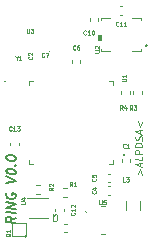
<source format=gbr>
%TF.GenerationSoftware,KiCad,Pcbnew,5.1.9-73d0e3b20d~88~ubuntu20.04.1*%
%TF.CreationDate,2022-04-15T22:34:28-04:00*%
%TF.ProjectId,ring,72696e67-2e6b-4696-9361-645f70636258,rev?*%
%TF.SameCoordinates,Original*%
%TF.FileFunction,Legend,Top*%
%TF.FilePolarity,Positive*%
%FSLAX46Y46*%
G04 Gerber Fmt 4.6, Leading zero omitted, Abs format (unit mm)*
G04 Created by KiCad (PCBNEW 5.1.9-73d0e3b20d~88~ubuntu20.04.1) date 2022-04-15 22:34:28*
%MOMM*%
%LPD*%
G01*
G04 APERTURE LIST*
%ADD10C,0.120000*%
%ADD11C,0.150000*%
%ADD12C,0.050000*%
%ADD13C,0.060000*%
G04 APERTURE END LIST*
D10*
X80389428Y-33446485D02*
X80560857Y-33010771D01*
X80732285Y-33489342D01*
X80618000Y-32760771D02*
X80618000Y-32475057D01*
X80789428Y-32839342D02*
X80189428Y-32564342D01*
X80789428Y-32439342D01*
X80789428Y-31953628D02*
X80789428Y-32239342D01*
X80189428Y-32164342D01*
X80789428Y-31753628D02*
X80189428Y-31678628D01*
X80189428Y-31450057D01*
X80218000Y-31396485D01*
X80246571Y-31371485D01*
X80303714Y-31350057D01*
X80389428Y-31360771D01*
X80446571Y-31396485D01*
X80475142Y-31428628D01*
X80503714Y-31489342D01*
X80503714Y-31717914D01*
X80789428Y-31153628D02*
X80189428Y-31078628D01*
X80189428Y-30935771D01*
X80218000Y-30853628D01*
X80275142Y-30803628D01*
X80332285Y-30782200D01*
X80446571Y-30767914D01*
X80532285Y-30778628D01*
X80646571Y-30821485D01*
X80703714Y-30857200D01*
X80760857Y-30921485D01*
X80789428Y-31010771D01*
X80789428Y-31153628D01*
X80760857Y-30578628D02*
X80789428Y-30496485D01*
X80789428Y-30353628D01*
X80760857Y-30292914D01*
X80732285Y-30260771D01*
X80675142Y-30225057D01*
X80618000Y-30217914D01*
X80560857Y-30239342D01*
X80532285Y-30264342D01*
X80503714Y-30317914D01*
X80475142Y-30428628D01*
X80446571Y-30482200D01*
X80418000Y-30507200D01*
X80360857Y-30528628D01*
X80303714Y-30521485D01*
X80246571Y-30485771D01*
X80218000Y-30453628D01*
X80189428Y-30392914D01*
X80189428Y-30250057D01*
X80218000Y-30167914D01*
X80618000Y-29989342D02*
X80618000Y-29703628D01*
X80789428Y-30067914D02*
X80189428Y-29792914D01*
X80789428Y-29667914D01*
X80389428Y-28960771D02*
X80560857Y-29439342D01*
X80732285Y-29003628D01*
D11*
X70059504Y-37089930D02*
X69678552Y-37308977D01*
X70059504Y-37547073D02*
X69259504Y-37447073D01*
X69259504Y-37142311D01*
X69297600Y-37070882D01*
X69335695Y-37037549D01*
X69411885Y-37008977D01*
X69526171Y-37023263D01*
X69602361Y-37070882D01*
X69640457Y-37113739D01*
X69678552Y-37194692D01*
X69678552Y-37499454D01*
X70059504Y-36747073D02*
X69259504Y-36647073D01*
X70059504Y-36366120D02*
X69259504Y-36266120D01*
X70059504Y-35908977D01*
X69259504Y-35808977D01*
X69297600Y-35013739D02*
X69259504Y-35085168D01*
X69259504Y-35199454D01*
X69297600Y-35318501D01*
X69373790Y-35404216D01*
X69449980Y-35451835D01*
X69602361Y-35508977D01*
X69716647Y-35523263D01*
X69869028Y-35504216D01*
X69945219Y-35475644D01*
X70021409Y-35408977D01*
X70059504Y-35299454D01*
X70059504Y-35223263D01*
X70021409Y-35104216D01*
X69983314Y-35061358D01*
X69716647Y-35028025D01*
X69716647Y-35180406D01*
X69259504Y-34132787D02*
X70059504Y-33966120D01*
X69259504Y-33599454D01*
X69259504Y-33180406D02*
X69259504Y-33104216D01*
X69297600Y-33032787D01*
X69335695Y-32999454D01*
X69411885Y-32970882D01*
X69564266Y-32951835D01*
X69754742Y-32975644D01*
X69907123Y-33032787D01*
X69983314Y-33080406D01*
X70021409Y-33123263D01*
X70059504Y-33204216D01*
X70059504Y-33280406D01*
X70021409Y-33351835D01*
X69983314Y-33385168D01*
X69907123Y-33413739D01*
X69754742Y-33432787D01*
X69564266Y-33408977D01*
X69411885Y-33351835D01*
X69335695Y-33304216D01*
X69297600Y-33261358D01*
X69259504Y-33180406D01*
X69983314Y-32661358D02*
X70021409Y-32628025D01*
X70059504Y-32670882D01*
X70021409Y-32704216D01*
X69983314Y-32661358D01*
X70059504Y-32670882D01*
X69259504Y-32037549D02*
X69259504Y-31961358D01*
X69297600Y-31889930D01*
X69335695Y-31856597D01*
X69411885Y-31828025D01*
X69564266Y-31808977D01*
X69754742Y-31832787D01*
X69907123Y-31889930D01*
X69983314Y-31937549D01*
X70021409Y-31980406D01*
X70059504Y-32061358D01*
X70059504Y-32137549D01*
X70021409Y-32208977D01*
X69983314Y-32242311D01*
X69907123Y-32270882D01*
X69754742Y-32289930D01*
X69564266Y-32266120D01*
X69411885Y-32208977D01*
X69335695Y-32161358D01*
X69297600Y-32118501D01*
X69259504Y-32037549D01*
D10*
%TO.C,C13*%
X70337000Y-30968836D02*
X70337000Y-30753164D01*
X69617000Y-30968836D02*
X69617000Y-30753164D01*
D12*
%TO.C,Q1*%
X70912800Y-38680080D02*
X69762800Y-38680080D01*
X70912800Y-37530080D02*
X69762800Y-37530080D01*
D10*
X71012800Y-38680080D02*
G75*
G03*
X71012800Y-38680080I-100000J0D01*
G01*
D12*
X69762800Y-38680080D02*
X69762800Y-37530080D01*
X70912800Y-38680080D02*
X70912800Y-37530080D01*
D10*
%TO.C,R4*%
X79020400Y-26671241D02*
X79020400Y-26363959D01*
X79780400Y-26671241D02*
X79780400Y-26363959D01*
%TO.C,R3*%
X80796400Y-26363959D02*
X80796400Y-26671241D01*
X80036400Y-26363959D02*
X80036400Y-26671241D01*
%TO.C,C12*%
X73401600Y-36341164D02*
X73401600Y-36556836D01*
X74121600Y-36341164D02*
X74121600Y-36556836D01*
%TO.C,R2*%
X71779159Y-34316400D02*
X72086441Y-34316400D01*
X71779159Y-35076400D02*
X72086441Y-35076400D01*
%TO.C,R1*%
X74090559Y-34621200D02*
X74397841Y-34621200D01*
X74090559Y-35381200D02*
X74397841Y-35381200D01*
%TO.C,C4*%
X78085836Y-35158000D02*
X77870164Y-35158000D01*
X78085836Y-34438000D02*
X77870164Y-34438000D01*
%TO.C,U5*%
X77312955Y-38519100D02*
X77627045Y-38519100D01*
X77627045Y-36156900D02*
X77312955Y-36156900D01*
X76032360Y-36661829D02*
G75*
G02*
X76032360Y-36514171I-18860J73829D01*
G01*
%TO.C,L3*%
X79450000Y-36478242D02*
X79450000Y-35657758D01*
X80570000Y-36478242D02*
X80570000Y-35657758D01*
%TO.C,C3*%
X74377436Y-38333000D02*
X74161764Y-38333000D01*
X74377436Y-37613000D02*
X74161764Y-37613000D01*
%TO.C,U4*%
X71214000Y-37146600D02*
X72764000Y-37146600D01*
X71064000Y-35446600D02*
X72764000Y-35446600D01*
%TO.C,C11*%
X79101836Y-19918000D02*
X78886164Y-19918000D01*
X79101836Y-19198000D02*
X78886164Y-19198000D01*
%TO.C,C10*%
X76348000Y-20427836D02*
X76348000Y-20212164D01*
X77068000Y-20427836D02*
X77068000Y-20212164D01*
%TO.C,C6*%
X74824000Y-23983836D02*
X74824000Y-23768164D01*
X75544000Y-23983836D02*
X75544000Y-23768164D01*
%TO.C,C5*%
X77870164Y-33396600D02*
X78085836Y-33396600D01*
X77870164Y-34116600D02*
X78085836Y-34116600D01*
%TO.C,C1*%
X79785800Y-32175564D02*
X79785800Y-32391236D01*
X79065800Y-32175564D02*
X79065800Y-32391236D01*
%TO.C,U2*%
G36*
X77038200Y-22030500D02*
G01*
X77038200Y-21649499D01*
X77292200Y-21649499D01*
X77292200Y-22030500D01*
X77038200Y-22030500D01*
G37*
X77038200Y-22030500D02*
X77038200Y-21649499D01*
X77292200Y-21649499D01*
X77292200Y-22030500D01*
X77038200Y-22030500D01*
X79951013Y-23012400D02*
X80670400Y-23012400D01*
X77317600Y-22797015D02*
X77317600Y-23012400D01*
X78036987Y-20167600D02*
X77317600Y-20167600D01*
X80670400Y-20382985D02*
X80670400Y-20167600D01*
X80670400Y-23012400D02*
X80670400Y-22797015D01*
X77317600Y-23012400D02*
X78036987Y-23012400D01*
X77317600Y-20167600D02*
X77317600Y-20382985D01*
X80670400Y-20167600D02*
X79951013Y-20167600D01*
%TO.C,Y1*%
X69204800Y-25539600D02*
G75*
G03*
X69204800Y-25539600I-50000J0D01*
G01*
%TO.C,AE1*%
X73035660Y-23078791D02*
G75*
G02*
X73035660Y-22991209I-62360J43791D01*
G01*
%TO.C,U1*%
X78274000Y-32600000D02*
X78274000Y-32255000D01*
X78274000Y-25500000D02*
X78274000Y-25845000D01*
X71174000Y-32600000D02*
X71174000Y-32255000D01*
X71174000Y-25500000D02*
X71174000Y-25845000D01*
X78274000Y-32600000D02*
X77929000Y-32600000D01*
X78274000Y-25500000D02*
X77929000Y-25500000D01*
X71174000Y-32600000D02*
X71519000Y-32600000D01*
X71174000Y-25500000D02*
X71519000Y-25500000D01*
X79319000Y-31800000D02*
G75*
G03*
X79319000Y-31800000I-100000J0D01*
G01*
%TO.C,C13*%
D13*
X69726600Y-29690600D02*
X69709933Y-29707266D01*
X69659933Y-29723933D01*
X69626600Y-29723933D01*
X69576600Y-29707266D01*
X69543266Y-29673933D01*
X69526600Y-29640600D01*
X69509933Y-29573933D01*
X69509933Y-29523933D01*
X69526600Y-29457266D01*
X69543266Y-29423933D01*
X69576600Y-29390600D01*
X69626600Y-29373933D01*
X69659933Y-29373933D01*
X69709933Y-29390600D01*
X69726600Y-29407266D01*
X70059933Y-29723933D02*
X69859933Y-29723933D01*
X69959933Y-29723933D02*
X69959933Y-29373933D01*
X69926600Y-29423933D01*
X69893266Y-29457266D01*
X69859933Y-29473933D01*
X70176600Y-29373933D02*
X70393266Y-29373933D01*
X70276600Y-29507266D01*
X70326600Y-29507266D01*
X70359933Y-29523933D01*
X70376600Y-29540600D01*
X70393266Y-29573933D01*
X70393266Y-29657266D01*
X70376600Y-29690600D01*
X70359933Y-29707266D01*
X70326600Y-29723933D01*
X70226600Y-29723933D01*
X70193266Y-29707266D01*
X70176600Y-29690600D01*
%TO.C,C2*%
X71448200Y-23477133D02*
X71464866Y-23493800D01*
X71481533Y-23543800D01*
X71481533Y-23577133D01*
X71464866Y-23627133D01*
X71431533Y-23660466D01*
X71398200Y-23677133D01*
X71331533Y-23693800D01*
X71281533Y-23693800D01*
X71214866Y-23677133D01*
X71181533Y-23660466D01*
X71148200Y-23627133D01*
X71131533Y-23577133D01*
X71131533Y-23543800D01*
X71148200Y-23493800D01*
X71164866Y-23477133D01*
X71164866Y-23343800D02*
X71148200Y-23327133D01*
X71131533Y-23293800D01*
X71131533Y-23210466D01*
X71148200Y-23177133D01*
X71164866Y-23160466D01*
X71198200Y-23143800D01*
X71231533Y-23143800D01*
X71281533Y-23160466D01*
X71481533Y-23360466D01*
X71481533Y-23143800D01*
%TO.C,C7*%
X72484066Y-23442200D02*
X72467400Y-23458866D01*
X72417400Y-23475533D01*
X72384066Y-23475533D01*
X72334066Y-23458866D01*
X72300733Y-23425533D01*
X72284066Y-23392200D01*
X72267400Y-23325533D01*
X72267400Y-23275533D01*
X72284066Y-23208866D01*
X72300733Y-23175533D01*
X72334066Y-23142200D01*
X72384066Y-23125533D01*
X72417400Y-23125533D01*
X72467400Y-23142200D01*
X72484066Y-23158866D01*
X72600733Y-23125533D02*
X72834066Y-23125533D01*
X72684066Y-23475533D01*
%TO.C,Q1*%
X69635266Y-38438133D02*
X69618600Y-38471466D01*
X69585266Y-38504800D01*
X69535266Y-38554800D01*
X69518600Y-38588133D01*
X69518600Y-38621466D01*
X69601933Y-38604800D02*
X69585266Y-38638133D01*
X69551933Y-38671466D01*
X69485266Y-38688133D01*
X69368600Y-38688133D01*
X69301933Y-38671466D01*
X69268600Y-38638133D01*
X69251933Y-38604800D01*
X69251933Y-38538133D01*
X69268600Y-38504800D01*
X69301933Y-38471466D01*
X69368600Y-38454800D01*
X69485266Y-38454800D01*
X69551933Y-38471466D01*
X69585266Y-38504800D01*
X69601933Y-38538133D01*
X69601933Y-38604800D01*
X69601933Y-38121466D02*
X69601933Y-38321466D01*
X69601933Y-38221466D02*
X69251933Y-38221466D01*
X69301933Y-38254800D01*
X69335266Y-38288133D01*
X69351933Y-38321466D01*
%TO.C,R4*%
X79138866Y-27945933D02*
X79022200Y-27779266D01*
X78938866Y-27945933D02*
X78938866Y-27595933D01*
X79072200Y-27595933D01*
X79105533Y-27612600D01*
X79122200Y-27629266D01*
X79138866Y-27662600D01*
X79138866Y-27712600D01*
X79122200Y-27745933D01*
X79105533Y-27762600D01*
X79072200Y-27779266D01*
X78938866Y-27779266D01*
X79438866Y-27712600D02*
X79438866Y-27945933D01*
X79355533Y-27579266D02*
X79272200Y-27829266D01*
X79488866Y-27829266D01*
%TO.C,R3*%
X79951666Y-27945933D02*
X79835000Y-27779266D01*
X79751666Y-27945933D02*
X79751666Y-27595933D01*
X79885000Y-27595933D01*
X79918333Y-27612600D01*
X79935000Y-27629266D01*
X79951666Y-27662600D01*
X79951666Y-27712600D01*
X79935000Y-27745933D01*
X79918333Y-27762600D01*
X79885000Y-27779266D01*
X79751666Y-27779266D01*
X80068333Y-27595933D02*
X80285000Y-27595933D01*
X80168333Y-27729266D01*
X80218333Y-27729266D01*
X80251666Y-27745933D01*
X80268333Y-27762600D01*
X80285000Y-27795933D01*
X80285000Y-27879266D01*
X80268333Y-27912600D01*
X80251666Y-27929266D01*
X80218333Y-27945933D01*
X80118333Y-27945933D01*
X80085000Y-27929266D01*
X80068333Y-27912600D01*
%TO.C,U3*%
X71005733Y-21093533D02*
X71005733Y-21376866D01*
X71022400Y-21410200D01*
X71039066Y-21426866D01*
X71072400Y-21443533D01*
X71139066Y-21443533D01*
X71172400Y-21426866D01*
X71189066Y-21410200D01*
X71205733Y-21376866D01*
X71205733Y-21093533D01*
X71339066Y-21093533D02*
X71555733Y-21093533D01*
X71439066Y-21226866D01*
X71489066Y-21226866D01*
X71522400Y-21243533D01*
X71539066Y-21260200D01*
X71555733Y-21293533D01*
X71555733Y-21376866D01*
X71539066Y-21410200D01*
X71522400Y-21426866D01*
X71489066Y-21443533D01*
X71389066Y-21443533D01*
X71355733Y-21426866D01*
X71339066Y-21410200D01*
%TO.C,C12*%
X75046600Y-36674000D02*
X75063266Y-36690666D01*
X75079933Y-36740666D01*
X75079933Y-36774000D01*
X75063266Y-36824000D01*
X75029933Y-36857333D01*
X74996600Y-36874000D01*
X74929933Y-36890666D01*
X74879933Y-36890666D01*
X74813266Y-36874000D01*
X74779933Y-36857333D01*
X74746600Y-36824000D01*
X74729933Y-36774000D01*
X74729933Y-36740666D01*
X74746600Y-36690666D01*
X74763266Y-36674000D01*
X75079933Y-36340666D02*
X75079933Y-36540666D01*
X75079933Y-36440666D02*
X74729933Y-36440666D01*
X74779933Y-36474000D01*
X74813266Y-36507333D01*
X74829933Y-36540666D01*
X74763266Y-36207333D02*
X74746600Y-36190666D01*
X74729933Y-36157333D01*
X74729933Y-36074000D01*
X74746600Y-36040666D01*
X74763266Y-36024000D01*
X74796600Y-36007333D01*
X74829933Y-36007333D01*
X74879933Y-36024000D01*
X75079933Y-36224000D01*
X75079933Y-36007333D01*
%TO.C,R2*%
X73259533Y-34551533D02*
X73092866Y-34668200D01*
X73259533Y-34751533D02*
X72909533Y-34751533D01*
X72909533Y-34618200D01*
X72926200Y-34584866D01*
X72942866Y-34568200D01*
X72976200Y-34551533D01*
X73026200Y-34551533D01*
X73059533Y-34568200D01*
X73076200Y-34584866D01*
X73092866Y-34618200D01*
X73092866Y-34751533D01*
X72942866Y-34418200D02*
X72926200Y-34401533D01*
X72909533Y-34368200D01*
X72909533Y-34284866D01*
X72926200Y-34251533D01*
X72942866Y-34234866D01*
X72976200Y-34218200D01*
X73009533Y-34218200D01*
X73059533Y-34234866D01*
X73259533Y-34434866D01*
X73259533Y-34218200D01*
%TO.C,R1*%
X74871666Y-34448333D02*
X74755000Y-34281666D01*
X74671666Y-34448333D02*
X74671666Y-34098333D01*
X74805000Y-34098333D01*
X74838333Y-34115000D01*
X74855000Y-34131666D01*
X74871666Y-34165000D01*
X74871666Y-34215000D01*
X74855000Y-34248333D01*
X74838333Y-34265000D01*
X74805000Y-34281666D01*
X74671666Y-34281666D01*
X75205000Y-34448333D02*
X75005000Y-34448333D01*
X75105000Y-34448333D02*
X75105000Y-34098333D01*
X75071666Y-34148333D01*
X75038333Y-34181666D01*
X75005000Y-34198333D01*
%TO.C,C4*%
X76833000Y-34856333D02*
X76849666Y-34873000D01*
X76866333Y-34923000D01*
X76866333Y-34956333D01*
X76849666Y-35006333D01*
X76816333Y-35039666D01*
X76783000Y-35056333D01*
X76716333Y-35073000D01*
X76666333Y-35073000D01*
X76599666Y-35056333D01*
X76566333Y-35039666D01*
X76533000Y-35006333D01*
X76516333Y-34956333D01*
X76516333Y-34923000D01*
X76533000Y-34873000D01*
X76549666Y-34856333D01*
X76633000Y-34556333D02*
X76866333Y-34556333D01*
X76499666Y-34639666D02*
X76749666Y-34723000D01*
X76749666Y-34506333D01*
%TO.C,U5*%
X77152533Y-35622333D02*
X77152533Y-35905666D01*
X77169200Y-35939000D01*
X77185866Y-35955666D01*
X77219200Y-35972333D01*
X77285866Y-35972333D01*
X77319200Y-35955666D01*
X77335866Y-35939000D01*
X77352533Y-35905666D01*
X77352533Y-35622333D01*
X77685866Y-35622333D02*
X77519200Y-35622333D01*
X77502533Y-35789000D01*
X77519200Y-35772333D01*
X77552533Y-35755666D01*
X77635866Y-35755666D01*
X77669200Y-35772333D01*
X77685866Y-35789000D01*
X77702533Y-35822333D01*
X77702533Y-35905666D01*
X77685866Y-35939000D01*
X77669200Y-35955666D01*
X77635866Y-35972333D01*
X77552533Y-35972333D01*
X77519200Y-35955666D01*
X77502533Y-35939000D01*
%TO.C,L3*%
X79342066Y-34041933D02*
X79175400Y-34041933D01*
X79175400Y-33691933D01*
X79425400Y-33691933D02*
X79642066Y-33691933D01*
X79525400Y-33825266D01*
X79575400Y-33825266D01*
X79608733Y-33841933D01*
X79625400Y-33858600D01*
X79642066Y-33891933D01*
X79642066Y-33975266D01*
X79625400Y-34008600D01*
X79608733Y-34025266D01*
X79575400Y-34041933D01*
X79475400Y-34041933D01*
X79442066Y-34025266D01*
X79425400Y-34008600D01*
%TO.C,C3*%
X73531000Y-37167733D02*
X73547666Y-37184400D01*
X73564333Y-37234400D01*
X73564333Y-37267733D01*
X73547666Y-37317733D01*
X73514333Y-37351066D01*
X73481000Y-37367733D01*
X73414333Y-37384400D01*
X73364333Y-37384400D01*
X73297666Y-37367733D01*
X73264333Y-37351066D01*
X73231000Y-37317733D01*
X73214333Y-37267733D01*
X73214333Y-37234400D01*
X73231000Y-37184400D01*
X73247666Y-37167733D01*
X73214333Y-37051066D02*
X73214333Y-36834400D01*
X73347666Y-36951066D01*
X73347666Y-36901066D01*
X73364333Y-36867733D01*
X73381000Y-36851066D01*
X73414333Y-36834400D01*
X73497666Y-36834400D01*
X73531000Y-36851066D01*
X73547666Y-36867733D01*
X73564333Y-36901066D01*
X73564333Y-37001066D01*
X73547666Y-37034400D01*
X73531000Y-37051066D01*
%TO.C,U4*%
X70521933Y-35928266D02*
X70805266Y-35928266D01*
X70838600Y-35911600D01*
X70855266Y-35894933D01*
X70871933Y-35861600D01*
X70871933Y-35794933D01*
X70855266Y-35761600D01*
X70838600Y-35744933D01*
X70805266Y-35728266D01*
X70521933Y-35728266D01*
X70638600Y-35411600D02*
X70871933Y-35411600D01*
X70505266Y-35494933D02*
X70755266Y-35578266D01*
X70755266Y-35361600D01*
%TO.C,C11*%
X78769000Y-20843000D02*
X78752333Y-20859666D01*
X78702333Y-20876333D01*
X78669000Y-20876333D01*
X78619000Y-20859666D01*
X78585666Y-20826333D01*
X78569000Y-20793000D01*
X78552333Y-20726333D01*
X78552333Y-20676333D01*
X78569000Y-20609666D01*
X78585666Y-20576333D01*
X78619000Y-20543000D01*
X78669000Y-20526333D01*
X78702333Y-20526333D01*
X78752333Y-20543000D01*
X78769000Y-20559666D01*
X79102333Y-20876333D02*
X78902333Y-20876333D01*
X79002333Y-20876333D02*
X79002333Y-20526333D01*
X78969000Y-20576333D01*
X78935666Y-20609666D01*
X78902333Y-20626333D01*
X79435666Y-20876333D02*
X79235666Y-20876333D01*
X79335666Y-20876333D02*
X79335666Y-20526333D01*
X79302333Y-20576333D01*
X79269000Y-20609666D01*
X79235666Y-20626333D01*
%TO.C,C10*%
X76025800Y-21562600D02*
X76009133Y-21579266D01*
X75959133Y-21595933D01*
X75925800Y-21595933D01*
X75875800Y-21579266D01*
X75842466Y-21545933D01*
X75825800Y-21512600D01*
X75809133Y-21445933D01*
X75809133Y-21395933D01*
X75825800Y-21329266D01*
X75842466Y-21295933D01*
X75875800Y-21262600D01*
X75925800Y-21245933D01*
X75959133Y-21245933D01*
X76009133Y-21262600D01*
X76025800Y-21279266D01*
X76359133Y-21595933D02*
X76159133Y-21595933D01*
X76259133Y-21595933D02*
X76259133Y-21245933D01*
X76225800Y-21295933D01*
X76192466Y-21329266D01*
X76159133Y-21345933D01*
X76575800Y-21245933D02*
X76609133Y-21245933D01*
X76642466Y-21262600D01*
X76659133Y-21279266D01*
X76675800Y-21312600D01*
X76692466Y-21379266D01*
X76692466Y-21462600D01*
X76675800Y-21529266D01*
X76659133Y-21562600D01*
X76642466Y-21579266D01*
X76609133Y-21595933D01*
X76575800Y-21595933D01*
X76542466Y-21579266D01*
X76525800Y-21562600D01*
X76509133Y-21529266D01*
X76492466Y-21462600D01*
X76492466Y-21379266D01*
X76509133Y-21312600D01*
X76525800Y-21279266D01*
X76542466Y-21262600D01*
X76575800Y-21245933D01*
%TO.C,C6*%
X75125666Y-22832600D02*
X75109000Y-22849266D01*
X75059000Y-22865933D01*
X75025666Y-22865933D01*
X74975666Y-22849266D01*
X74942333Y-22815933D01*
X74925666Y-22782600D01*
X74909000Y-22715933D01*
X74909000Y-22665933D01*
X74925666Y-22599266D01*
X74942333Y-22565933D01*
X74975666Y-22532600D01*
X75025666Y-22515933D01*
X75059000Y-22515933D01*
X75109000Y-22532600D01*
X75125666Y-22549266D01*
X75425666Y-22515933D02*
X75359000Y-22515933D01*
X75325666Y-22532600D01*
X75309000Y-22549266D01*
X75275666Y-22599266D01*
X75259000Y-22665933D01*
X75259000Y-22799266D01*
X75275666Y-22832600D01*
X75292333Y-22849266D01*
X75325666Y-22865933D01*
X75392333Y-22865933D01*
X75425666Y-22849266D01*
X75442333Y-22832600D01*
X75459000Y-22799266D01*
X75459000Y-22715933D01*
X75442333Y-22682600D01*
X75425666Y-22665933D01*
X75392333Y-22649266D01*
X75325666Y-22649266D01*
X75292333Y-22665933D01*
X75275666Y-22682600D01*
X75259000Y-22715933D01*
%TO.C,C5*%
X76833000Y-33789533D02*
X76849666Y-33806200D01*
X76866333Y-33856200D01*
X76866333Y-33889533D01*
X76849666Y-33939533D01*
X76816333Y-33972866D01*
X76783000Y-33989533D01*
X76716333Y-34006200D01*
X76666333Y-34006200D01*
X76599666Y-33989533D01*
X76566333Y-33972866D01*
X76533000Y-33939533D01*
X76516333Y-33889533D01*
X76516333Y-33856200D01*
X76533000Y-33806200D01*
X76549666Y-33789533D01*
X76516333Y-33472866D02*
X76516333Y-33639533D01*
X76683000Y-33656200D01*
X76666333Y-33639533D01*
X76649666Y-33606200D01*
X76649666Y-33522866D01*
X76666333Y-33489533D01*
X76683000Y-33472866D01*
X76716333Y-33456200D01*
X76799666Y-33456200D01*
X76833000Y-33472866D01*
X76849666Y-33489533D01*
X76866333Y-33522866D01*
X76866333Y-33606200D01*
X76849666Y-33639533D01*
X76833000Y-33656200D01*
%TO.C,C1*%
X79367466Y-31163800D02*
X79350800Y-31180466D01*
X79300800Y-31197133D01*
X79267466Y-31197133D01*
X79217466Y-31180466D01*
X79184133Y-31147133D01*
X79167466Y-31113800D01*
X79150800Y-31047133D01*
X79150800Y-30997133D01*
X79167466Y-30930466D01*
X79184133Y-30897133D01*
X79217466Y-30863800D01*
X79267466Y-30847133D01*
X79300800Y-30847133D01*
X79350800Y-30863800D01*
X79367466Y-30880466D01*
X79700800Y-31197133D02*
X79500800Y-31197133D01*
X79600800Y-31197133D02*
X79600800Y-30847133D01*
X79567466Y-30897133D01*
X79534133Y-30930466D01*
X79500800Y-30947133D01*
%TO.C,U2*%
X76770333Y-23126666D02*
X77053666Y-23126666D01*
X77087000Y-23110000D01*
X77103666Y-23093333D01*
X77120333Y-23060000D01*
X77120333Y-22993333D01*
X77103666Y-22960000D01*
X77087000Y-22943333D01*
X77053666Y-22926666D01*
X76770333Y-22926666D01*
X76803666Y-22776666D02*
X76787000Y-22760000D01*
X76770333Y-22726666D01*
X76770333Y-22643333D01*
X76787000Y-22610000D01*
X76803666Y-22593333D01*
X76837000Y-22576666D01*
X76870333Y-22576666D01*
X76920333Y-22593333D01*
X77120333Y-22793333D01*
X77120333Y-22576666D01*
X81076800Y-22398333D02*
X81076800Y-22481666D01*
X80993466Y-22448333D02*
X81076800Y-22481666D01*
X81160133Y-22448333D01*
X81026800Y-22548333D02*
X81076800Y-22481666D01*
X81126800Y-22548333D01*
X81076800Y-22398333D02*
X81076800Y-22481666D01*
X80993466Y-22448333D02*
X81076800Y-22481666D01*
X81160133Y-22448333D01*
X81026800Y-22548333D02*
X81076800Y-22481666D01*
X81126800Y-22548333D01*
%TO.C,Y1*%
X70138246Y-23580418D02*
X70138246Y-23747085D01*
X70021579Y-23397085D02*
X70138246Y-23580418D01*
X70254913Y-23397085D01*
X70554913Y-23747085D02*
X70354913Y-23747085D01*
X70454913Y-23747085D02*
X70454913Y-23397085D01*
X70421579Y-23447085D01*
X70388246Y-23480418D01*
X70354913Y-23497085D01*
%TO.C,U1*%
X79056333Y-25539666D02*
X79339666Y-25539666D01*
X79373000Y-25523000D01*
X79389666Y-25506333D01*
X79406333Y-25473000D01*
X79406333Y-25406333D01*
X79389666Y-25373000D01*
X79373000Y-25356333D01*
X79339666Y-25339666D01*
X79056333Y-25339666D01*
X79406333Y-24989666D02*
X79406333Y-25189666D01*
X79406333Y-25089666D02*
X79056333Y-25089666D01*
X79106333Y-25123000D01*
X79139666Y-25156333D01*
X79156333Y-25189666D01*
%TD*%
M02*

</source>
